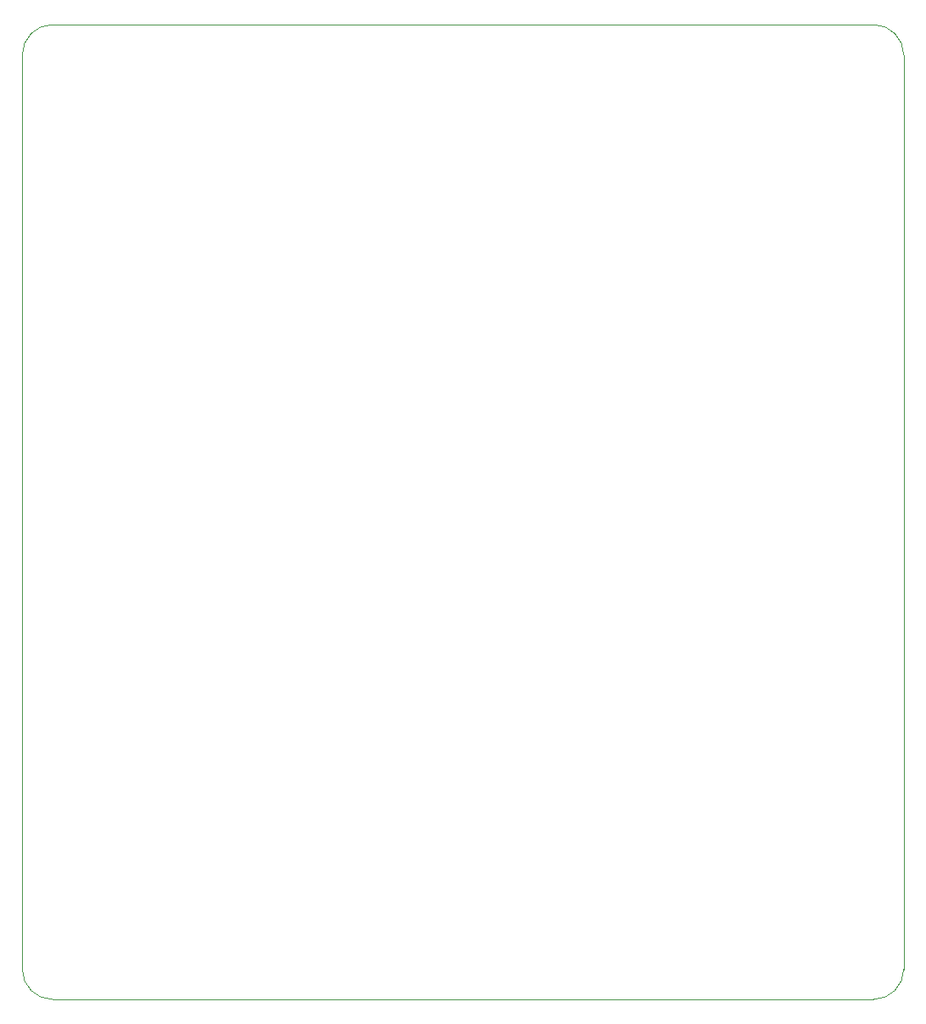
<source format=gbr>
%TF.GenerationSoftware,KiCad,Pcbnew,8.0.1*%
%TF.CreationDate,2024-06-22T21:51:16+08:00*%
%TF.ProjectId,car,6361722e-6b69-4636-9164-5f7063625858,rev?*%
%TF.SameCoordinates,Original*%
%TF.FileFunction,Profile,NP*%
%FSLAX46Y46*%
G04 Gerber Fmt 4.6, Leading zero omitted, Abs format (unit mm)*
G04 Created by KiCad (PCBNEW 8.0.1) date 2024-06-22 21:51:16*
%MOMM*%
%LPD*%
G01*
G04 APERTURE LIST*
%TA.AperFunction,Profile*%
%ADD10C,0.050000*%
%TD*%
G04 APERTURE END LIST*
D10*
X213800000Y-148600000D02*
X131800000Y-148600000D01*
X131800000Y-51330000D02*
X213800000Y-51330000D01*
X128800000Y-145600000D02*
X128800000Y-54330000D01*
X216800000Y-54330000D02*
X216800000Y-145600000D01*
X131800000Y-148600000D02*
G75*
G02*
X128800000Y-145600000I0J3000000D01*
G01*
X128800000Y-54330000D02*
G75*
G02*
X131800000Y-51330000I3000000J0D01*
G01*
X216800000Y-145600000D02*
G75*
G02*
X213800000Y-148600000I-3000000J0D01*
G01*
X213800000Y-51330000D02*
G75*
G02*
X216800000Y-54330000I0J-3000000D01*
G01*
M02*

</source>
